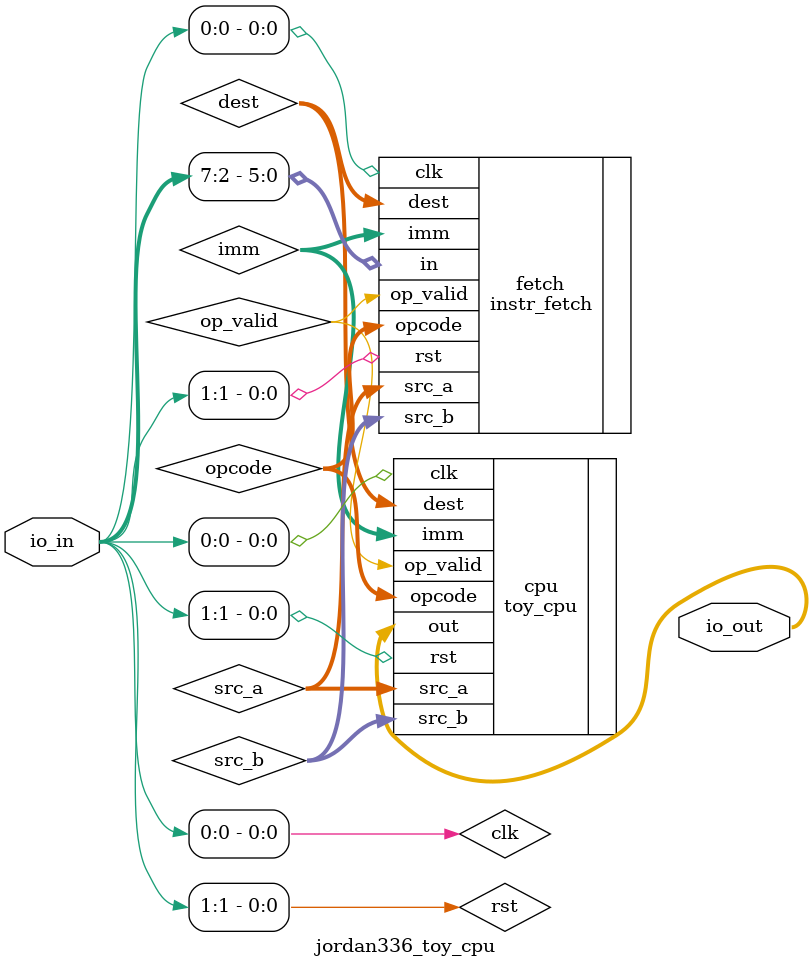
<source format=v>
module jordan336_toy_cpu (input [7:0] io_in,
                          output [7:0] io_out);
  wire clk;
  wire rst;
  wire op_valid;
  wire [2:0] opcode;
  wire [2:0] src_a;
  wire [2:0] src_b;
  wire [2:0] dest;
  wire [7:0] imm;

  assign clk = io_in[0];
  assign rst = io_in[1];

  instr_fetch fetch(.clk,
                    .rst,
                    .in(io_in[7:2]),
                    .op_valid,
                    .opcode,
                    .src_a,
                    .src_b,
                    .dest,
                    .imm);

  toy_cpu cpu(.clk,
              .rst,
              .op_valid,
              .opcode,
              .src_a,
              .src_b,
              .dest,
              .imm,
              .out(io_out));
endmodule

</source>
